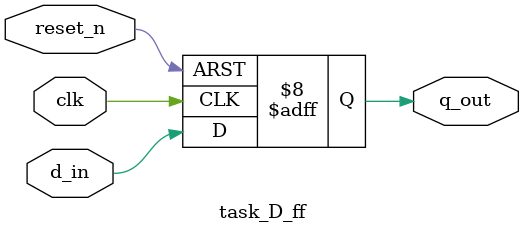
<source format=v>
`timescale 1ns / 1ps
task d_ff (input d_in,reset_n,
           output q_out);
begin
    if(!reset_n)
        q_out = 1'b0;
    else
        q_out <= d_in;
end
endtask

module task_D_ff(
    input d_in,
    input clk,
    input reset_n,
    output reg q_out
    );
    

always @(posedge clk or negedge reset_n) begin
    begin
        d_ff(d_in, reset_n, q_out); 
    end
end
endmodule

</source>
